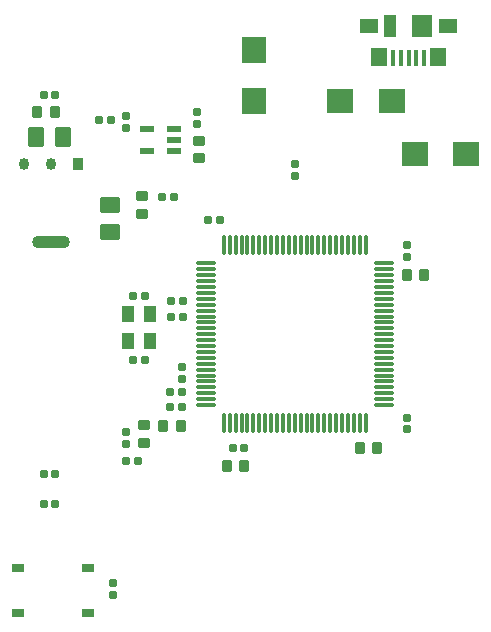
<source format=gbr>
%TF.GenerationSoftware,Altium Limited,Altium Designer,25.5.2 (35)*%
G04 Layer_Color=8421504*
%FSLAX45Y45*%
%MOMM*%
%TF.SameCoordinates,B6F2B0AA-6BD2-4F7B-97A5-C3F0DAB7D88F*%
%TF.FilePolarity,Positive*%
%TF.FileFunction,Paste,Top*%
%TF.Part,Single*%
G01*
G75*
%TA.AperFunction,SMDPad,CuDef*%
%ADD12O,0.30000X1.80000*%
%ADD13O,1.80000X0.30000*%
G04:AMPARAMS|DCode=14|XSize=1.3mm|YSize=1.1mm|CornerRadius=0.055mm|HoleSize=0mm|Usage=FLASHONLY|Rotation=270.000|XOffset=0mm|YOffset=0mm|HoleType=Round|Shape=RoundedRectangle|*
%AMROUNDEDRECTD14*
21,1,1.30000,0.99000,0,0,270.0*
21,1,1.19000,1.10000,0,0,270.0*
1,1,0.11000,-0.49500,-0.59500*
1,1,0.11000,-0.49500,0.59500*
1,1,0.11000,0.49500,0.59500*
1,1,0.11000,0.49500,-0.59500*
%
%ADD14ROUNDEDRECTD14*%
G04:AMPARAMS|DCode=15|XSize=0.6mm|YSize=0.7mm|CornerRadius=0.075mm|HoleSize=0mm|Usage=FLASHONLY|Rotation=180.000|XOffset=0mm|YOffset=0mm|HoleType=Round|Shape=RoundedRectangle|*
%AMROUNDEDRECTD15*
21,1,0.60000,0.55000,0,0,180.0*
21,1,0.45000,0.70000,0,0,180.0*
1,1,0.15000,-0.22500,0.27500*
1,1,0.15000,0.22500,0.27500*
1,1,0.15000,0.22500,-0.27500*
1,1,0.15000,-0.22500,-0.27500*
%
%ADD15ROUNDEDRECTD15*%
%ADD16R,1.00000X0.75000*%
G04:AMPARAMS|DCode=17|XSize=0.6mm|YSize=0.7mm|CornerRadius=0.075mm|HoleSize=0mm|Usage=FLASHONLY|Rotation=270.000|XOffset=0mm|YOffset=0mm|HoleType=Round|Shape=RoundedRectangle|*
%AMROUNDEDRECTD17*
21,1,0.60000,0.55000,0,0,270.0*
21,1,0.45000,0.70000,0,0,270.0*
1,1,0.15000,-0.27500,-0.22500*
1,1,0.15000,-0.27500,0.22500*
1,1,0.15000,0.27500,0.22500*
1,1,0.15000,0.27500,-0.22500*
%
%ADD17ROUNDEDRECTD17*%
G04:AMPARAMS|DCode=18|XSize=0.8mm|YSize=1mm|CornerRadius=0.1mm|HoleSize=0mm|Usage=FLASHONLY|Rotation=90.000|XOffset=0mm|YOffset=0mm|HoleType=Round|Shape=RoundedRectangle|*
%AMROUNDEDRECTD18*
21,1,0.80000,0.80000,0,0,90.0*
21,1,0.60000,1.00000,0,0,90.0*
1,1,0.20000,0.40000,0.30000*
1,1,0.20000,0.40000,-0.30000*
1,1,0.20000,-0.40000,-0.30000*
1,1,0.20000,-0.40000,0.30000*
%
%ADD18ROUNDEDRECTD18*%
%ADD19R,0.87213X1.00429*%
G04:AMPARAMS|DCode=20|XSize=0.8mm|YSize=1mm|CornerRadius=0.1mm|HoleSize=0mm|Usage=FLASHONLY|Rotation=0.000|XOffset=0mm|YOffset=0mm|HoleType=Round|Shape=RoundedRectangle|*
%AMROUNDEDRECTD20*
21,1,0.80000,0.80000,0,0,0.0*
21,1,0.60000,1.00000,0,0,0.0*
1,1,0.20000,0.30000,-0.40000*
1,1,0.20000,-0.30000,-0.40000*
1,1,0.20000,-0.30000,0.40000*
1,1,0.20000,0.30000,0.40000*
%
%ADD20ROUNDEDRECTD20*%
G04:AMPARAMS|DCode=21|XSize=1.4mm|YSize=1.7mm|CornerRadius=0.175mm|HoleSize=0mm|Usage=FLASHONLY|Rotation=180.000|XOffset=0mm|YOffset=0mm|HoleType=Round|Shape=RoundedRectangle|*
%AMROUNDEDRECTD21*
21,1,1.40000,1.35000,0,0,180.0*
21,1,1.05000,1.70000,0,0,180.0*
1,1,0.35000,-0.52500,0.67500*
1,1,0.35000,0.52500,0.67500*
1,1,0.35000,0.52500,-0.67500*
1,1,0.35000,-0.52500,-0.67500*
%
%ADD21ROUNDEDRECTD21*%
G04:AMPARAMS|DCode=22|XSize=1.4mm|YSize=1.7mm|CornerRadius=0.175mm|HoleSize=0mm|Usage=FLASHONLY|Rotation=270.000|XOffset=0mm|YOffset=0mm|HoleType=Round|Shape=RoundedRectangle|*
%AMROUNDEDRECTD22*
21,1,1.40000,1.35000,0,0,270.0*
21,1,1.05000,1.70000,0,0,270.0*
1,1,0.35000,-0.67500,-0.52500*
1,1,0.35000,-0.67500,0.52500*
1,1,0.35000,0.67500,0.52500*
1,1,0.35000,0.67500,-0.52500*
%
%ADD22ROUNDEDRECTD22*%
%ADD23R,1.20000X0.60000*%
%ADD24R,2.12000X2.28000*%
%ADD25R,2.28000X2.12000*%
%TA.AperFunction,ConnectorPad*%
%ADD26R,0.45000X1.38000*%
%TA.AperFunction,SMDPad,CuDef*%
G04:AMPARAMS|DCode=27|XSize=1.00429mm|YSize=0.87213mm|CornerRadius=0.43606mm|HoleSize=0mm|Usage=FLASHONLY|Rotation=270.000|XOffset=0mm|YOffset=0mm|HoleType=Round|Shape=RoundedRectangle|*
%AMROUNDEDRECTD27*
21,1,1.00429,0.00000,0,0,270.0*
21,1,0.13216,0.87213,0,0,270.0*
1,1,0.87213,0.00000,-0.06608*
1,1,0.87213,0.00000,0.06608*
1,1,0.87213,0.00000,0.06608*
1,1,0.87213,0.00000,-0.06608*
%
%ADD27ROUNDEDRECTD27*%
G04:AMPARAMS|DCode=28|XSize=1.00429mm|YSize=3.18213mm|CornerRadius=0.43687mm|HoleSize=0mm|Usage=FLASHONLY|Rotation=270.000|XOffset=0mm|YOffset=0mm|HoleType=Round|Shape=RoundedRectangle|*
%AMROUNDEDRECTD28*
21,1,1.00429,2.30840,0,0,270.0*
21,1,0.13056,3.18213,0,0,270.0*
1,1,0.87373,-1.15420,-0.06528*
1,1,0.87373,-1.15420,0.06528*
1,1,0.87373,1.15420,0.06528*
1,1,0.87373,1.15420,-0.06528*
%
%ADD28ROUNDEDRECTD28*%
%TA.AperFunction,ConnectorPad*%
%ADD29R,1.42500X1.55000*%
%ADD30R,1.00000X1.90000*%
%ADD31R,1.80000X1.90000*%
%ADD32R,1.65000X1.30000*%
D12*
X8836100Y8801100D02*
D03*
X8886100D02*
D03*
X8936100D02*
D03*
X9036100D02*
D03*
X9086100D02*
D03*
X9136100D02*
D03*
X9186100D02*
D03*
X9236100D02*
D03*
X9286100D02*
D03*
X9336100D02*
D03*
X9386100D02*
D03*
X9436100D02*
D03*
X9486100D02*
D03*
X9536100D02*
D03*
X9586100D02*
D03*
X9636100D02*
D03*
X9686100D02*
D03*
X9736100D02*
D03*
X9786100D02*
D03*
X9836100D02*
D03*
X9886100D02*
D03*
X9936100D02*
D03*
X9886100Y7291100D02*
D03*
X9836100D02*
D03*
X9786100D02*
D03*
X9736100D02*
D03*
X9686100D02*
D03*
X9636100D02*
D03*
X9586100D02*
D03*
X9536100D02*
D03*
X9486100D02*
D03*
X9436100D02*
D03*
X9386100D02*
D03*
X9336100D02*
D03*
X9286100D02*
D03*
X9236100D02*
D03*
X9186100D02*
D03*
X9136100D02*
D03*
X9086100D02*
D03*
X9036100D02*
D03*
X8986100D02*
D03*
X8936100D02*
D03*
X8886100D02*
D03*
X8736100D02*
D03*
X8836100D02*
D03*
X9936100D02*
D03*
X8736100Y8801100D02*
D03*
X8986100D02*
D03*
X8786100Y7291100D02*
D03*
Y8801100D02*
D03*
D13*
X10091100Y8546100D02*
D03*
Y8496100D02*
D03*
Y8446100D02*
D03*
Y8396100D02*
D03*
Y8346100D02*
D03*
Y8246100D02*
D03*
Y8196100D02*
D03*
Y8146100D02*
D03*
Y8096100D02*
D03*
Y8046100D02*
D03*
Y7996100D02*
D03*
Y7946100D02*
D03*
Y7896100D02*
D03*
Y7846100D02*
D03*
Y7796100D02*
D03*
Y7746100D02*
D03*
Y7696100D02*
D03*
Y7646100D02*
D03*
Y7596100D02*
D03*
Y7546100D02*
D03*
Y7496100D02*
D03*
Y7446100D02*
D03*
X8581100D02*
D03*
Y7496100D02*
D03*
Y7546100D02*
D03*
Y7596100D02*
D03*
Y7646100D02*
D03*
Y7796100D02*
D03*
Y7846100D02*
D03*
Y7896100D02*
D03*
Y7946100D02*
D03*
Y7996100D02*
D03*
Y8046100D02*
D03*
Y8246100D02*
D03*
Y8296100D02*
D03*
Y8346100D02*
D03*
Y8446100D02*
D03*
Y8496100D02*
D03*
Y8546100D02*
D03*
Y8596100D02*
D03*
Y8646100D02*
D03*
X10091100Y8296100D02*
D03*
X8581100Y8396100D02*
D03*
Y8146100D02*
D03*
Y7746100D02*
D03*
X10091100Y8646100D02*
D03*
X8581100Y8096100D02*
D03*
Y7696100D02*
D03*
Y8196100D02*
D03*
X10091100Y8596100D02*
D03*
D14*
X7925000Y8215000D02*
D03*
Y7985000D02*
D03*
X8115000Y8215000D02*
D03*
Y7985000D02*
D03*
D15*
X7970000Y8370000D02*
D03*
X8280000Y7430000D02*
D03*
Y7560000D02*
D03*
X7970000Y7830000D02*
D03*
X8290000Y8190000D02*
D03*
X7210000Y10070000D02*
D03*
X8290000Y8330000D02*
D03*
X8315000Y9210000D02*
D03*
X8810000Y7080000D02*
D03*
X8700000Y9010000D02*
D03*
X8070000Y8370000D02*
D03*
X8390000Y8190000D02*
D03*
Y8330000D02*
D03*
X8910000Y7080000D02*
D03*
X8600000Y9010000D02*
D03*
X7310000Y6860000D02*
D03*
X7210000D02*
D03*
Y6610000D02*
D03*
X8380000Y7560000D02*
D03*
X7910000Y6970000D02*
D03*
X8010000D02*
D03*
X8070000Y7830000D02*
D03*
X7310000Y6610000D02*
D03*
X7680000Y9860000D02*
D03*
X8380000Y7430000D02*
D03*
X7310000Y10070000D02*
D03*
X7780000Y9860000D02*
D03*
X8215000Y9210000D02*
D03*
D16*
X7590000Y5690000D02*
D03*
X6990000D02*
D03*
X7590000Y6065000D02*
D03*
X6990000D02*
D03*
D17*
X7800000Y5840000D02*
D03*
Y5940000D02*
D03*
X7910000Y7220000D02*
D03*
X8380000Y7670000D02*
D03*
X10290000Y7240000D02*
D03*
Y8700000D02*
D03*
X9340000Y9490000D02*
D03*
X8380000Y7770000D02*
D03*
X7910000Y9890000D02*
D03*
X8510000Y9930000D02*
D03*
X10290000Y8800000D02*
D03*
Y7340000D02*
D03*
X7910000Y7120000D02*
D03*
X9340000Y9390000D02*
D03*
X8510000Y9830000D02*
D03*
X7910000Y9790000D02*
D03*
D18*
X8060000Y7125000D02*
D03*
X8530000Y9685000D02*
D03*
X8060000Y7275000D02*
D03*
X8040000Y9065000D02*
D03*
X8530000Y9535000D02*
D03*
X8040000Y9215000D02*
D03*
D19*
X7499000Y9489500D02*
D03*
D20*
X7155000Y9930000D02*
D03*
X8760000Y6930000D02*
D03*
X10035000Y7080000D02*
D03*
X10435000Y8550000D02*
D03*
X8225000Y7270000D02*
D03*
X8910000Y6930000D02*
D03*
X10285000Y8550000D02*
D03*
X8375000Y7270000D02*
D03*
X9885000Y7080000D02*
D03*
X7305000Y9930000D02*
D03*
D21*
X7374300Y9720000D02*
D03*
X7145700D02*
D03*
D22*
X7770000Y9144300D02*
D03*
Y8915700D02*
D03*
D23*
X8315000Y9690000D02*
D03*
Y9595000D02*
D03*
Y9785000D02*
D03*
X8085000Y9595000D02*
D03*
Y9785000D02*
D03*
D24*
X8990000Y10456500D02*
D03*
Y10023500D02*
D03*
D25*
X10786500Y9570000D02*
D03*
X9723500Y10020000D02*
D03*
X10353500Y9570000D02*
D03*
X10156500Y10020000D02*
D03*
D26*
X10170000Y10389000D02*
D03*
X10365000D02*
D03*
X10300000D02*
D03*
X10430000D02*
D03*
X10235000D02*
D03*
D27*
X7270000Y9489500D02*
D03*
X7041000D02*
D03*
D28*
X7270000Y8830500D02*
D03*
D29*
X10051250Y10397500D02*
D03*
X10548750D02*
D03*
D30*
X10145000Y10655000D02*
D03*
D31*
X10415000D02*
D03*
D32*
X9962500D02*
D03*
X10637500D02*
D03*
%TF.MD5,6f915f8db345a2a5126594de348c60eb*%
M02*

</source>
